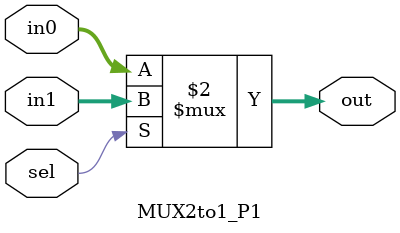
<source format=v>
module MUX2to1_P1
    #(parameter Width = 32)
(
    input  [Width-1:0] in0, in1,
    input              sel,
    output [Width-1:0] out
);
    assign out = (sel == 1'b0) ? in0 : in1;
endmodule
</source>
